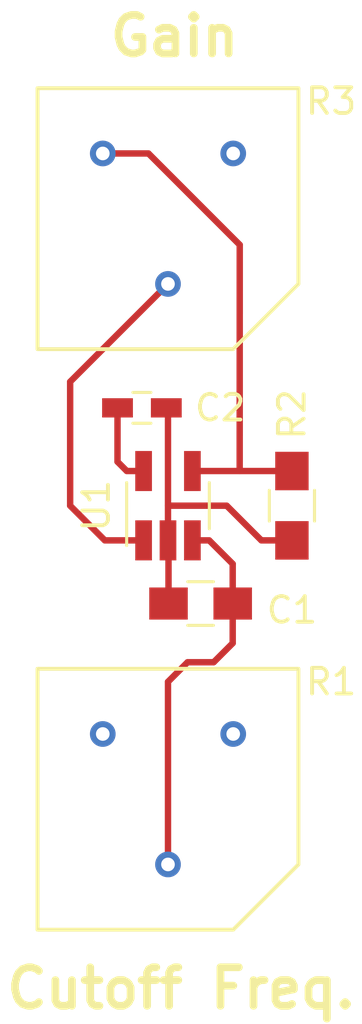
<source format=kicad_pcb>
(kicad_pcb (version 4) (host pcbnew 4.0.5)

  (general
    (links 9)
    (no_connects 0)
    (area 116.948 79.572 130.841 119.206)
    (thickness 1.6)
    (drawings 2)
    (tracks 28)
    (zones 0)
    (modules 6)
    (nets 9)
  )

  (page A4)
  (layers
    (0 F.Cu signal)
    (31 B.Cu signal)
    (32 B.Adhes user)
    (33 F.Adhes user)
    (34 B.Paste user)
    (35 F.Paste user)
    (36 B.SilkS user)
    (37 F.SilkS user)
    (38 B.Mask user)
    (39 F.Mask user)
    (40 Dwgs.User user)
    (41 Cmts.User user)
    (42 Eco1.User user)
    (43 Eco2.User user)
    (44 Edge.Cuts user)
    (45 Margin user)
    (46 B.CrtYd user)
    (47 F.CrtYd user)
    (48 B.Fab user)
    (49 F.Fab user)
  )

  (setup
    (last_trace_width 0.25)
    (trace_clearance 0.2)
    (zone_clearance 0.508)
    (zone_45_only no)
    (trace_min 0.2)
    (segment_width 0.2)
    (edge_width 0.15)
    (via_size 0.6)
    (via_drill 0.4)
    (via_min_size 0.4)
    (via_min_drill 0.3)
    (uvia_size 0.3)
    (uvia_drill 0.1)
    (uvias_allowed no)
    (uvia_min_size 0.2)
    (uvia_min_drill 0.1)
    (pcb_text_width 0.3)
    (pcb_text_size 1.5 1.5)
    (mod_edge_width 0.15)
    (mod_text_size 1 1)
    (mod_text_width 0.15)
    (pad_size 1.524 1.524)
    (pad_drill 0.762)
    (pad_to_mask_clearance 0.2)
    (aux_axis_origin 0 0)
    (visible_elements FFFFFF7F)
    (pcbplotparams
      (layerselection 0x00030_80000001)
      (usegerberextensions false)
      (excludeedgelayer true)
      (linewidth 0.100000)
      (plotframeref false)
      (viasonmask false)
      (mode 1)
      (useauxorigin false)
      (hpglpennumber 1)
      (hpglpenspeed 20)
      (hpglpendiameter 15)
      (hpglpenoverlay 2)
      (psnegative false)
      (psa4output false)
      (plotreference true)
      (plotvalue true)
      (plotinvisibletext false)
      (padsonsilk false)
      (subtractmaskfromsilk false)
      (outputformat 1)
      (mirror false)
      (drillshape 1)
      (scaleselection 1)
      (outputdirectory ""))
  )

  (net 0 "")
  (net 1 "Net-(C1-Pad1)")
  (net 2 GND)
  (net 3 Vin)
  (net 4 "Net-(R2-Pad2)")
  (net 5 Vout)
  (net 6 "Net-(R3-Pad3)")
  (net 7 +5V)
  (net 8 "Net-(R1-Pad3)")

  (net_class Default "This is the default net class."
    (clearance 0.2)
    (trace_width 0.25)
    (via_dia 0.6)
    (via_drill 0.4)
    (uvia_dia 0.3)
    (uvia_drill 0.1)
    (add_net +5V)
    (add_net GND)
    (add_net "Net-(C1-Pad1)")
    (add_net "Net-(R1-Pad3)")
    (add_net "Net-(R2-Pad2)")
    (add_net "Net-(R3-Pad3)")
    (add_net Vin)
    (add_net Vout)
  )

  (module 3310Y-001-103L (layer F.Cu) (tedit 58BDFCD4) (tstamp 58BDDEF0)
    (at 123.19 107.95 180)
    (path /58BDE613)
    (fp_text reference R1 (at -6.35 2.032 180) (layer F.SilkS)
      (effects (font (size 1 1) (thickness 0.15)))
    )
    (fp_text value 10k (at 1.27 4.58 180) (layer F.Fab) hide
      (effects (font (size 1 1) (thickness 0.15)))
    )
    (fp_line (start 5.08 2.54) (end 5.08 -7.62) (layer F.SilkS) (width 0.15))
    (fp_line (start 5.08 -7.62) (end -2.54 -7.62) (layer F.SilkS) (width 0.15))
    (fp_line (start -2.54 -7.62) (end -5.08 -5.08) (layer F.SilkS) (width 0.15))
    (fp_line (start -5.08 -5.08) (end -5.08 2.54) (layer F.SilkS) (width 0.15))
    (fp_line (start -5.08 2.54) (end 5.08 2.54) (layer F.SilkS) (width 0.15))
    (pad 3 thru_hole circle (at -2.54 0 180) (size 1 1) (drill 0.53) (layers *.Cu *.Mask)
      (net 8 "Net-(R1-Pad3)"))
    (pad 1 thru_hole circle (at 2.54 0 180) (size 1 1) (drill 0.53) (layers *.Cu *.Mask)
      (net 3 Vin))
    (pad 2 thru_hole circle (at 0 -5.08 180) (size 1 1) (drill 0.53) (layers *.Cu *.Mask)
      (net 1 "Net-(C1-Pad1)"))
  )

  (module 3310Y-001:3310Y-001-103L (layer F.Cu) (tedit 58BDFCC3) (tstamp 58BDF035)
    (at 123.19 85.344 180)
    (path /58BDE73D)
    (fp_text reference R3 (at -6.35 2.032 180) (layer F.SilkS)
      (effects (font (size 1 1) (thickness 0.15)))
    )
    (fp_text value 10k (at 1.27 4.58 180) (layer F.Fab) hide
      (effects (font (size 1 1) (thickness 0.15)))
    )
    (fp_line (start 5.08 2.54) (end 5.08 -7.62) (layer F.SilkS) (width 0.15))
    (fp_line (start 5.08 -7.62) (end -2.54 -7.62) (layer F.SilkS) (width 0.15))
    (fp_line (start -2.54 -7.62) (end -5.08 -5.08) (layer F.SilkS) (width 0.15))
    (fp_line (start -5.08 -5.08) (end -5.08 2.54) (layer F.SilkS) (width 0.15))
    (fp_line (start -5.08 2.54) (end 5.08 2.54) (layer F.SilkS) (width 0.15))
    (pad 3 thru_hole circle (at -2.54 0 180) (size 1 1) (drill 0.53) (layers *.Cu *.Mask)
      (net 6 "Net-(R3-Pad3)"))
    (pad 1 thru_hole circle (at 2.54 0 180) (size 1 1) (drill 0.53) (layers *.Cu *.Mask)
      (net 4 "Net-(R2-Pad2)"))
    (pad 2 thru_hole circle (at 0 -5.08 180) (size 1 1) (drill 0.53) (layers *.Cu *.Mask)
      (net 5 Vout))
  )

  (module Capacitors_SMD:C_0805_HandSoldering (layer F.Cu) (tedit 58BDEC67) (tstamp 58BDDEE4)
    (at 124.46 102.87 180)
    (descr "Capacitor SMD 0805, hand soldering")
    (tags "capacitor 0805")
    (path /58BDAEC4)
    (attr smd)
    (fp_text reference C1 (at -3.556 -0.254 180) (layer F.SilkS)
      (effects (font (size 1 1) (thickness 0.15)))
    )
    (fp_text value 1uF (at 0 -3.048 180) (layer F.Fab) hide
      (effects (font (size 1 1) (thickness 0.15)))
    )
    (fp_text user %R (at 0 -1.75 180) (layer F.Fab) hide
      (effects (font (size 1 1) (thickness 0.15)))
    )
    (fp_line (start -1 0.62) (end -1 -0.62) (layer F.Fab) (width 0.1))
    (fp_line (start 1 0.62) (end -1 0.62) (layer F.Fab) (width 0.1))
    (fp_line (start 1 -0.62) (end 1 0.62) (layer F.Fab) (width 0.1))
    (fp_line (start -1 -0.62) (end 1 -0.62) (layer F.Fab) (width 0.1))
    (fp_line (start 0.5 -0.85) (end -0.5 -0.85) (layer F.SilkS) (width 0.12))
    (fp_line (start -0.5 0.85) (end 0.5 0.85) (layer F.SilkS) (width 0.12))
    (fp_line (start -2.25 -0.88) (end 2.25 -0.88) (layer F.CrtYd) (width 0.05))
    (fp_line (start -2.25 -0.88) (end -2.25 0.87) (layer F.CrtYd) (width 0.05))
    (fp_line (start 2.25 0.87) (end 2.25 -0.88) (layer F.CrtYd) (width 0.05))
    (fp_line (start 2.25 0.87) (end -2.25 0.87) (layer F.CrtYd) (width 0.05))
    (pad 1 smd rect (at -1.25 0 180) (size 1.5 1.25) (layers F.Cu F.Paste F.Mask)
      (net 1 "Net-(C1-Pad1)"))
    (pad 2 smd rect (at 1.25 0 180) (size 1.5 1.25) (layers F.Cu F.Paste F.Mask)
      (net 2 GND))
    (model Capacitors_SMD.3dshapes/C_0805.wrl
      (at (xyz 0 0 0))
      (scale (xyz 1 1 1))
      (rotate (xyz 0 0 0))
    )
  )

  (module Resistors_SMD:R_0805_HandSoldering (layer F.Cu) (tedit 58BDEC62) (tstamp 58BDDF01)
    (at 128.016 99.06 90)
    (descr "Resistor SMD 0805, hand soldering")
    (tags "resistor 0805")
    (path /58BDAE01)
    (attr smd)
    (fp_text reference R2 (at 3.556 0 90) (layer F.SilkS)
      (effects (font (size 1 1) (thickness 0.15)))
    )
    (fp_text value 6.65k (at 0 1.75 90) (layer F.Fab) hide
      (effects (font (size 1 1) (thickness 0.15)))
    )
    (fp_text user %R (at 0.254 1.778 90) (layer F.Fab) hide
      (effects (font (size 1 1) (thickness 0.15)))
    )
    (fp_line (start -1 0.62) (end -1 -0.62) (layer F.Fab) (width 0.1))
    (fp_line (start 1 0.62) (end -1 0.62) (layer F.Fab) (width 0.1))
    (fp_line (start 1 -0.62) (end 1 0.62) (layer F.Fab) (width 0.1))
    (fp_line (start -1 -0.62) (end 1 -0.62) (layer F.Fab) (width 0.1))
    (fp_line (start 0.6 0.88) (end -0.6 0.88) (layer F.SilkS) (width 0.12))
    (fp_line (start -0.6 -0.88) (end 0.6 -0.88) (layer F.SilkS) (width 0.12))
    (fp_line (start -2.35 -0.9) (end 2.35 -0.9) (layer F.CrtYd) (width 0.05))
    (fp_line (start -2.35 -0.9) (end -2.35 0.9) (layer F.CrtYd) (width 0.05))
    (fp_line (start 2.35 0.9) (end 2.35 -0.9) (layer F.CrtYd) (width 0.05))
    (fp_line (start 2.35 0.9) (end -2.35 0.9) (layer F.CrtYd) (width 0.05))
    (pad 1 smd rect (at -1.35 0 90) (size 1.5 1.3) (layers F.Cu F.Paste F.Mask)
      (net 2 GND))
    (pad 2 smd rect (at 1.35 0 90) (size 1.5 1.3) (layers F.Cu F.Paste F.Mask)
      (net 4 "Net-(R2-Pad2)"))
    (model Resistors_SMD.3dshapes/R_0805.wrl
      (at (xyz 0 0 0))
      (scale (xyz 1 1 1))
      (rotate (xyz 0 0 0))
    )
  )

  (module TO_SOT_Packages_SMD:SOT-23-5_HandSoldering (layer F.Cu) (tedit 58BDEC5B) (tstamp 58BDDF21)
    (at 123.19 99.06 90)
    (descr "5-pin SOT23 package")
    (tags "SOT-23-5 hand-soldering")
    (path /58BDD67E)
    (attr smd)
    (fp_text reference U1 (at 0 -2.794 90) (layer F.SilkS)
      (effects (font (size 1 1) (thickness 0.15)))
    )
    (fp_text value TSV911ILT (at 0 2.9 90) (layer F.Fab) hide
      (effects (font (size 1 1) (thickness 0.15)))
    )
    (fp_line (start -0.9 1.61) (end 0.9 1.61) (layer F.SilkS) (width 0.12))
    (fp_line (start 0.9 -1.61) (end -1.55 -1.61) (layer F.SilkS) (width 0.12))
    (fp_line (start -0.9 -0.9) (end -0.25 -1.55) (layer F.Fab) (width 0.1))
    (fp_line (start 0.9 -1.55) (end -0.25 -1.55) (layer F.Fab) (width 0.1))
    (fp_line (start -0.9 -0.9) (end -0.9 1.55) (layer F.Fab) (width 0.1))
    (fp_line (start 0.9 1.55) (end -0.9 1.55) (layer F.Fab) (width 0.1))
    (fp_line (start 0.9 -1.55) (end 0.9 1.55) (layer F.Fab) (width 0.1))
    (fp_line (start -2.38 -1.8) (end 2.38 -1.8) (layer F.CrtYd) (width 0.05))
    (fp_line (start -2.38 -1.8) (end -2.38 1.8) (layer F.CrtYd) (width 0.05))
    (fp_line (start 2.38 1.8) (end 2.38 -1.8) (layer F.CrtYd) (width 0.05))
    (fp_line (start 2.38 1.8) (end -2.38 1.8) (layer F.CrtYd) (width 0.05))
    (pad 1 smd rect (at -1.35 -0.95 90) (size 1.56 0.65) (layers F.Cu F.Paste F.Mask)
      (net 5 Vout))
    (pad 2 smd rect (at -1.35 0 90) (size 1.56 0.65) (layers F.Cu F.Paste F.Mask)
      (net 2 GND))
    (pad 3 smd rect (at -1.35 0.95 90) (size 1.56 0.65) (layers F.Cu F.Paste F.Mask)
      (net 1 "Net-(C1-Pad1)"))
    (pad 4 smd rect (at 1.35 0.95 90) (size 1.56 0.65) (layers F.Cu F.Paste F.Mask)
      (net 4 "Net-(R2-Pad2)"))
    (pad 5 smd rect (at 1.35 -0.95 90) (size 1.56 0.65) (layers F.Cu F.Paste F.Mask)
      (net 7 +5V))
    (model TO_SOT_Packages_SMD.3dshapes\SOT-23-5.wrl
      (at (xyz 0 0 0))
      (scale (xyz 1 1 1))
      (rotate (xyz 0 0 0))
    )
  )

  (module Capacitors_SMD:C_0603_HandSoldering (layer F.Cu) (tedit 58BDEC5E) (tstamp 58BDE7B5)
    (at 122.174 95.25 180)
    (descr "Capacitor SMD 0603, hand soldering")
    (tags "capacitor 0603")
    (path /58BDEEBB)
    (attr smd)
    (fp_text reference C2 (at -3.048 0 180) (layer F.SilkS)
      (effects (font (size 1 1) (thickness 0.15)))
    )
    (fp_text value 0.1uF (at 0 1.5 180) (layer F.Fab) hide
      (effects (font (size 1 1) (thickness 0.15)))
    )
    (fp_text user %R (at -3.048 -0.254 180) (layer F.Fab) hide
      (effects (font (size 1 1) (thickness 0.15)))
    )
    (fp_line (start -0.8 0.4) (end -0.8 -0.4) (layer F.Fab) (width 0.1))
    (fp_line (start 0.8 0.4) (end -0.8 0.4) (layer F.Fab) (width 0.1))
    (fp_line (start 0.8 -0.4) (end 0.8 0.4) (layer F.Fab) (width 0.1))
    (fp_line (start -0.8 -0.4) (end 0.8 -0.4) (layer F.Fab) (width 0.1))
    (fp_line (start -0.35 -0.6) (end 0.35 -0.6) (layer F.SilkS) (width 0.12))
    (fp_line (start 0.35 0.6) (end -0.35 0.6) (layer F.SilkS) (width 0.12))
    (fp_line (start -1.8 -0.65) (end 1.8 -0.65) (layer F.CrtYd) (width 0.05))
    (fp_line (start -1.8 -0.65) (end -1.8 0.65) (layer F.CrtYd) (width 0.05))
    (fp_line (start 1.8 0.65) (end 1.8 -0.65) (layer F.CrtYd) (width 0.05))
    (fp_line (start 1.8 0.65) (end -1.8 0.65) (layer F.CrtYd) (width 0.05))
    (pad 1 smd rect (at -0.95 0 180) (size 1.2 0.75) (layers F.Cu F.Paste F.Mask)
      (net 2 GND))
    (pad 2 smd rect (at 0.95 0 180) (size 1.2 0.75) (layers F.Cu F.Paste F.Mask)
      (net 7 +5V))
    (model Capacitors_SMD.3dshapes/C_0603.wrl
      (at (xyz 0 0 0))
      (scale (xyz 1 1 1))
      (rotate (xyz 0 0 0))
    )
  )

  (gr_text "Gain\n" (at 123.444 80.772) (layer F.SilkS)
    (effects (font (size 1.5 1.5) (thickness 0.3)))
  )
  (gr_text "Cutoff Freq.\n" (at 123.698 117.856) (layer F.SilkS)
    (effects (font (size 1.5 1.5) (thickness 0.3)))
  )

  (segment (start 123.19 113.03) (end 123.19 105.918) (width 0.25) (layer F.Cu) (net 1))
  (segment (start 125.71 104.414) (end 125.71 102.87) (width 0.25) (layer F.Cu) (net 1) (tstamp 58BDF526))
  (segment (start 124.968 105.156) (end 125.71 104.414) (width 0.25) (layer F.Cu) (net 1) (tstamp 58BDF525))
  (segment (start 123.952 105.156) (end 124.968 105.156) (width 0.25) (layer F.Cu) (net 1) (tstamp 58BDF520))
  (segment (start 123.19 105.918) (end 123.952 105.156) (width 0.25) (layer F.Cu) (net 1) (tstamp 58BDF51C))
  (segment (start 125.71 102.87) (end 125.71 101.326) (width 0.25) (layer F.Cu) (net 1))
  (segment (start 124.794 100.41) (end 124.14 100.41) (width 0.25) (layer F.Cu) (net 1) (tstamp 58BDEB80))
  (segment (start 125.71 101.326) (end 124.794 100.41) (width 0.25) (layer F.Cu) (net 1) (tstamp 58BDEB7F))
  (segment (start 123.21 102.87) (end 123.21 100.43) (width 0.25) (layer F.Cu) (net 2))
  (segment (start 123.21 100.43) (end 123.19 100.41) (width 0.25) (layer F.Cu) (net 2) (tstamp 58BDEB7C))
  (segment (start 128.016 100.41) (end 126.826 100.41) (width 0.25) (layer F.Cu) (net 2) (status 10))
  (segment (start 125.476 99.06) (end 123.19 99.06) (width 0.25) (layer F.Cu) (net 2) (tstamp 58BDEB76))
  (segment (start 126.826 100.41) (end 125.476 99.06) (width 0.25) (layer F.Cu) (net 2) (tstamp 58BDEB74))
  (segment (start 123.19 100.41) (end 123.19 99.06) (width 0.25) (layer F.Cu) (net 2))
  (segment (start 123.19 99.06) (end 123.19 95.316) (width 0.25) (layer F.Cu) (net 2) (tstamp 58BDEB7A))
  (segment (start 123.19 95.316) (end 123.124 95.25) (width 0.25) (layer F.Cu) (net 2) (tstamp 58BDE9C5))
  (segment (start 120.65 85.344) (end 122.429161 85.343891) (width 0.25) (layer F.Cu) (net 4))
  (segment (start 125.983937 88.901209) (end 122.429161 85.343891) (width 0.25) (layer F.Cu) (net 4) (tstamp 58BDF563))
  (segment (start 125.983937 88.901209) (end 125.981765 97.710125) (width 0.25) (layer F.Cu) (net 4))
  (segment (start 128.016 97.71) (end 125.981765 97.710125) (width 0.25) (layer F.Cu) (net 4) (status 10))
  (segment (start 125.981765 97.710125) (end 124.14 97.71) (width 0.25) (layer F.Cu) (net 4) (tstamp 58BDF561))
  (segment (start 122.24 100.41) (end 120.73 100.41) (width 0.25) (layer F.Cu) (net 5))
  (segment (start 119.38 94.234) (end 123.19 90.424) (width 0.25) (layer F.Cu) (net 5) (tstamp 58BDF0AD))
  (segment (start 119.38 99.06) (end 119.38 94.234) (width 0.25) (layer F.Cu) (net 5) (tstamp 58BDF0AB))
  (segment (start 120.73 100.41) (end 119.38 99.06) (width 0.25) (layer F.Cu) (net 5) (tstamp 58BDF0A9))
  (segment (start 121.224 95.25) (end 121.224 97.348) (width 0.25) (layer F.Cu) (net 7))
  (segment (start 121.586 97.71) (end 122.24 97.71) (width 0.25) (layer F.Cu) (net 7) (tstamp 58BDE9D2))
  (segment (start 121.224 97.348) (end 121.586 97.71) (width 0.25) (layer F.Cu) (net 7) (tstamp 58BDE9D0))

)

</source>
